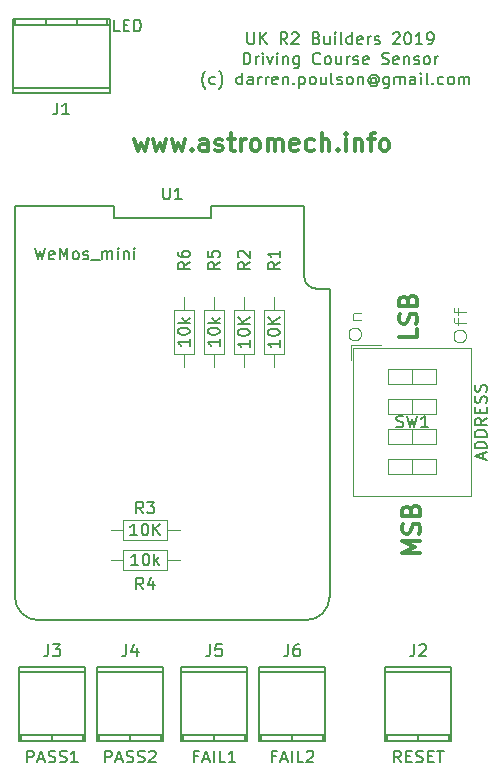
<source format=gto>
G04 #@! TF.GenerationSoftware,KiCad,Pcbnew,5.0.2-bee76a0~70~ubuntu18.04.1*
G04 #@! TF.CreationDate,2019-04-08T15:23:50+01:00*
G04 #@! TF.ProjectId,Bump Stop,42756d70-2053-4746-9f70-2e6b69636164,rev?*
G04 #@! TF.SameCoordinates,Original*
G04 #@! TF.FileFunction,Legend,Top*
G04 #@! TF.FilePolarity,Positive*
%FSLAX46Y46*%
G04 Gerber Fmt 4.6, Leading zero omitted, Abs format (unit mm)*
G04 Created by KiCad (PCBNEW 5.0.2-bee76a0~70~ubuntu18.04.1) date Mon Apr  8 15:23:50 2019*
%MOMM*%
%LPD*%
G01*
G04 APERTURE LIST*
%ADD10C,0.300000*%
%ADD11C,0.100000*%
%ADD12C,0.200000*%
%ADD13C,0.150000*%
%ADD14C,0.120000*%
G04 APERTURE END LIST*
D10*
X148182571Y-88832571D02*
X148468285Y-89832571D01*
X148754000Y-89118285D01*
X149039714Y-89832571D01*
X149325428Y-88832571D01*
X149754000Y-88832571D02*
X150039714Y-89832571D01*
X150325428Y-89118285D01*
X150611142Y-89832571D01*
X150896857Y-88832571D01*
X151325428Y-88832571D02*
X151611142Y-89832571D01*
X151896857Y-89118285D01*
X152182571Y-89832571D01*
X152468285Y-88832571D01*
X153039714Y-89689714D02*
X153111142Y-89761142D01*
X153039714Y-89832571D01*
X152968285Y-89761142D01*
X153039714Y-89689714D01*
X153039714Y-89832571D01*
X154396857Y-89832571D02*
X154396857Y-89046857D01*
X154325428Y-88904000D01*
X154182571Y-88832571D01*
X153896857Y-88832571D01*
X153754000Y-88904000D01*
X154396857Y-89761142D02*
X154254000Y-89832571D01*
X153896857Y-89832571D01*
X153754000Y-89761142D01*
X153682571Y-89618285D01*
X153682571Y-89475428D01*
X153754000Y-89332571D01*
X153896857Y-89261142D01*
X154254000Y-89261142D01*
X154396857Y-89189714D01*
X155039714Y-89761142D02*
X155182571Y-89832571D01*
X155468285Y-89832571D01*
X155611142Y-89761142D01*
X155682571Y-89618285D01*
X155682571Y-89546857D01*
X155611142Y-89404000D01*
X155468285Y-89332571D01*
X155254000Y-89332571D01*
X155111142Y-89261142D01*
X155039714Y-89118285D01*
X155039714Y-89046857D01*
X155111142Y-88904000D01*
X155254000Y-88832571D01*
X155468285Y-88832571D01*
X155611142Y-88904000D01*
X156111142Y-88832571D02*
X156682571Y-88832571D01*
X156325428Y-88332571D02*
X156325428Y-89618285D01*
X156396857Y-89761142D01*
X156539714Y-89832571D01*
X156682571Y-89832571D01*
X157182571Y-89832571D02*
X157182571Y-88832571D01*
X157182571Y-89118285D02*
X157254000Y-88975428D01*
X157325428Y-88904000D01*
X157468285Y-88832571D01*
X157611142Y-88832571D01*
X158325428Y-89832571D02*
X158182571Y-89761142D01*
X158111142Y-89689714D01*
X158039714Y-89546857D01*
X158039714Y-89118285D01*
X158111142Y-88975428D01*
X158182571Y-88904000D01*
X158325428Y-88832571D01*
X158539714Y-88832571D01*
X158682571Y-88904000D01*
X158754000Y-88975428D01*
X158825428Y-89118285D01*
X158825428Y-89546857D01*
X158754000Y-89689714D01*
X158682571Y-89761142D01*
X158539714Y-89832571D01*
X158325428Y-89832571D01*
X159468285Y-89832571D02*
X159468285Y-88832571D01*
X159468285Y-88975428D02*
X159539714Y-88904000D01*
X159682571Y-88832571D01*
X159896857Y-88832571D01*
X160039714Y-88904000D01*
X160111142Y-89046857D01*
X160111142Y-89832571D01*
X160111142Y-89046857D02*
X160182571Y-88904000D01*
X160325428Y-88832571D01*
X160539714Y-88832571D01*
X160682571Y-88904000D01*
X160754000Y-89046857D01*
X160754000Y-89832571D01*
X162039714Y-89761142D02*
X161896857Y-89832571D01*
X161611142Y-89832571D01*
X161468285Y-89761142D01*
X161396857Y-89618285D01*
X161396857Y-89046857D01*
X161468285Y-88904000D01*
X161611142Y-88832571D01*
X161896857Y-88832571D01*
X162039714Y-88904000D01*
X162111142Y-89046857D01*
X162111142Y-89189714D01*
X161396857Y-89332571D01*
X163396857Y-89761142D02*
X163254000Y-89832571D01*
X162968285Y-89832571D01*
X162825428Y-89761142D01*
X162754000Y-89689714D01*
X162682571Y-89546857D01*
X162682571Y-89118285D01*
X162754000Y-88975428D01*
X162825428Y-88904000D01*
X162968285Y-88832571D01*
X163254000Y-88832571D01*
X163396857Y-88904000D01*
X164039714Y-89832571D02*
X164039714Y-88332571D01*
X164682571Y-89832571D02*
X164682571Y-89046857D01*
X164611142Y-88904000D01*
X164468285Y-88832571D01*
X164254000Y-88832571D01*
X164111142Y-88904000D01*
X164039714Y-88975428D01*
X165396857Y-89689714D02*
X165468285Y-89761142D01*
X165396857Y-89832571D01*
X165325428Y-89761142D01*
X165396857Y-89689714D01*
X165396857Y-89832571D01*
X166111142Y-89832571D02*
X166111142Y-88832571D01*
X166111142Y-88332571D02*
X166039714Y-88404000D01*
X166111142Y-88475428D01*
X166182571Y-88404000D01*
X166111142Y-88332571D01*
X166111142Y-88475428D01*
X166825428Y-88832571D02*
X166825428Y-89832571D01*
X166825428Y-88975428D02*
X166896857Y-88904000D01*
X167039714Y-88832571D01*
X167254000Y-88832571D01*
X167396857Y-88904000D01*
X167468285Y-89046857D01*
X167468285Y-89832571D01*
X167968285Y-88832571D02*
X168539714Y-88832571D01*
X168182571Y-89832571D02*
X168182571Y-88546857D01*
X168254000Y-88404000D01*
X168396857Y-88332571D01*
X168539714Y-88332571D01*
X169254000Y-89832571D02*
X169111142Y-89761142D01*
X169039714Y-89689714D01*
X168968285Y-89546857D01*
X168968285Y-89118285D01*
X169039714Y-88975428D01*
X169111142Y-88904000D01*
X169254000Y-88832571D01*
X169468285Y-88832571D01*
X169611142Y-88904000D01*
X169682571Y-88975428D01*
X169754000Y-89118285D01*
X169754000Y-89546857D01*
X169682571Y-89689714D01*
X169611142Y-89761142D01*
X169468285Y-89832571D01*
X169254000Y-89832571D01*
X172382571Y-123884285D02*
X170882571Y-123884285D01*
X171954000Y-123384285D01*
X170882571Y-122884285D01*
X172382571Y-122884285D01*
X172311142Y-122241428D02*
X172382571Y-122027142D01*
X172382571Y-121670000D01*
X172311142Y-121527142D01*
X172239714Y-121455714D01*
X172096857Y-121384285D01*
X171954000Y-121384285D01*
X171811142Y-121455714D01*
X171739714Y-121527142D01*
X171668285Y-121670000D01*
X171596857Y-121955714D01*
X171525428Y-122098571D01*
X171454000Y-122170000D01*
X171311142Y-122241428D01*
X171168285Y-122241428D01*
X171025428Y-122170000D01*
X170954000Y-122098571D01*
X170882571Y-121955714D01*
X170882571Y-121598571D01*
X170954000Y-121384285D01*
X171596857Y-120241428D02*
X171668285Y-120027142D01*
X171739714Y-119955714D01*
X171882571Y-119884285D01*
X172096857Y-119884285D01*
X172239714Y-119955714D01*
X172311142Y-120027142D01*
X172382571Y-120170000D01*
X172382571Y-120741428D01*
X170882571Y-120741428D01*
X170882571Y-120241428D01*
X170954000Y-120098571D01*
X171025428Y-120027142D01*
X171168285Y-119955714D01*
X171311142Y-119955714D01*
X171454000Y-120027142D01*
X171525428Y-120098571D01*
X171596857Y-120241428D01*
X171596857Y-120741428D01*
X172128571Y-104886000D02*
X172128571Y-105600285D01*
X170628571Y-105600285D01*
X172057142Y-104457428D02*
X172128571Y-104243142D01*
X172128571Y-103886000D01*
X172057142Y-103743142D01*
X171985714Y-103671714D01*
X171842857Y-103600285D01*
X171700000Y-103600285D01*
X171557142Y-103671714D01*
X171485714Y-103743142D01*
X171414285Y-103886000D01*
X171342857Y-104171714D01*
X171271428Y-104314571D01*
X171200000Y-104386000D01*
X171057142Y-104457428D01*
X170914285Y-104457428D01*
X170771428Y-104386000D01*
X170700000Y-104314571D01*
X170628571Y-104171714D01*
X170628571Y-103814571D01*
X170700000Y-103600285D01*
X171342857Y-102457428D02*
X171414285Y-102243142D01*
X171485714Y-102171714D01*
X171628571Y-102100285D01*
X171842857Y-102100285D01*
X171985714Y-102171714D01*
X172057142Y-102243142D01*
X172128571Y-102386000D01*
X172128571Y-102957428D01*
X170628571Y-102957428D01*
X170628571Y-102457428D01*
X170700000Y-102314571D01*
X170771428Y-102243142D01*
X170914285Y-102171714D01*
X171057142Y-102171714D01*
X171200000Y-102243142D01*
X171271428Y-102314571D01*
X171342857Y-102457428D01*
X171342857Y-102957428D01*
D11*
X175220380Y-105648000D02*
X175220380Y-105362285D01*
X175268000Y-105219428D01*
X175363238Y-105076571D01*
X175553714Y-105005142D01*
X175887047Y-105005142D01*
X176077523Y-105076571D01*
X176172761Y-105219428D01*
X176220380Y-105362285D01*
X176220380Y-105648000D01*
X176172761Y-105790857D01*
X176077523Y-105933714D01*
X175887047Y-106005142D01*
X175553714Y-106005142D01*
X175363238Y-105933714D01*
X175268000Y-105790857D01*
X175220380Y-105648000D01*
X175553714Y-104576571D02*
X175553714Y-104005142D01*
X176220380Y-104362285D02*
X175363238Y-104362285D01*
X175268000Y-104290857D01*
X175220380Y-104148000D01*
X175220380Y-104005142D01*
X175553714Y-103719428D02*
X175553714Y-103148000D01*
X176220380Y-103505142D02*
X175363238Y-103505142D01*
X175268000Y-103433714D01*
X175220380Y-103290857D01*
X175220380Y-103148000D01*
X166330380Y-105469428D02*
X166330380Y-105183714D01*
X166378000Y-105040857D01*
X166473238Y-104898000D01*
X166663714Y-104826571D01*
X166997047Y-104826571D01*
X167187523Y-104898000D01*
X167282761Y-105040857D01*
X167330380Y-105183714D01*
X167330380Y-105469428D01*
X167282761Y-105612285D01*
X167187523Y-105755142D01*
X166997047Y-105826571D01*
X166663714Y-105826571D01*
X166473238Y-105755142D01*
X166378000Y-105612285D01*
X166330380Y-105469428D01*
X166663714Y-104183714D02*
X167330380Y-104183714D01*
X166758952Y-104183714D02*
X166711333Y-104112285D01*
X166663714Y-103969428D01*
X166663714Y-103755142D01*
X166711333Y-103612285D01*
X166806571Y-103540857D01*
X167330380Y-103540857D01*
D12*
X157750857Y-79794380D02*
X157750857Y-80603904D01*
X157798476Y-80699142D01*
X157846095Y-80746761D01*
X157941333Y-80794380D01*
X158131809Y-80794380D01*
X158227047Y-80746761D01*
X158274666Y-80699142D01*
X158322285Y-80603904D01*
X158322285Y-79794380D01*
X158798476Y-80794380D02*
X158798476Y-79794380D01*
X159369904Y-80794380D02*
X158941333Y-80222952D01*
X159369904Y-79794380D02*
X158798476Y-80365809D01*
X161131809Y-80794380D02*
X160798476Y-80318190D01*
X160560380Y-80794380D02*
X160560380Y-79794380D01*
X160941333Y-79794380D01*
X161036571Y-79842000D01*
X161084190Y-79889619D01*
X161131809Y-79984857D01*
X161131809Y-80127714D01*
X161084190Y-80222952D01*
X161036571Y-80270571D01*
X160941333Y-80318190D01*
X160560380Y-80318190D01*
X161512761Y-79889619D02*
X161560380Y-79842000D01*
X161655619Y-79794380D01*
X161893714Y-79794380D01*
X161988952Y-79842000D01*
X162036571Y-79889619D01*
X162084190Y-79984857D01*
X162084190Y-80080095D01*
X162036571Y-80222952D01*
X161465142Y-80794380D01*
X162084190Y-80794380D01*
X163608000Y-80270571D02*
X163750857Y-80318190D01*
X163798476Y-80365809D01*
X163846095Y-80461047D01*
X163846095Y-80603904D01*
X163798476Y-80699142D01*
X163750857Y-80746761D01*
X163655619Y-80794380D01*
X163274666Y-80794380D01*
X163274666Y-79794380D01*
X163608000Y-79794380D01*
X163703238Y-79842000D01*
X163750857Y-79889619D01*
X163798476Y-79984857D01*
X163798476Y-80080095D01*
X163750857Y-80175333D01*
X163703238Y-80222952D01*
X163608000Y-80270571D01*
X163274666Y-80270571D01*
X164703238Y-80127714D02*
X164703238Y-80794380D01*
X164274666Y-80127714D02*
X164274666Y-80651523D01*
X164322285Y-80746761D01*
X164417523Y-80794380D01*
X164560380Y-80794380D01*
X164655619Y-80746761D01*
X164703238Y-80699142D01*
X165179428Y-80794380D02*
X165179428Y-80127714D01*
X165179428Y-79794380D02*
X165131809Y-79842000D01*
X165179428Y-79889619D01*
X165227047Y-79842000D01*
X165179428Y-79794380D01*
X165179428Y-79889619D01*
X165798476Y-80794380D02*
X165703238Y-80746761D01*
X165655619Y-80651523D01*
X165655619Y-79794380D01*
X166608000Y-80794380D02*
X166608000Y-79794380D01*
X166608000Y-80746761D02*
X166512761Y-80794380D01*
X166322285Y-80794380D01*
X166227047Y-80746761D01*
X166179428Y-80699142D01*
X166131809Y-80603904D01*
X166131809Y-80318190D01*
X166179428Y-80222952D01*
X166227047Y-80175333D01*
X166322285Y-80127714D01*
X166512761Y-80127714D01*
X166608000Y-80175333D01*
X167465142Y-80746761D02*
X167369904Y-80794380D01*
X167179428Y-80794380D01*
X167084190Y-80746761D01*
X167036571Y-80651523D01*
X167036571Y-80270571D01*
X167084190Y-80175333D01*
X167179428Y-80127714D01*
X167369904Y-80127714D01*
X167465142Y-80175333D01*
X167512761Y-80270571D01*
X167512761Y-80365809D01*
X167036571Y-80461047D01*
X167941333Y-80794380D02*
X167941333Y-80127714D01*
X167941333Y-80318190D02*
X167988952Y-80222952D01*
X168036571Y-80175333D01*
X168131809Y-80127714D01*
X168227047Y-80127714D01*
X168512761Y-80746761D02*
X168608000Y-80794380D01*
X168798476Y-80794380D01*
X168893714Y-80746761D01*
X168941333Y-80651523D01*
X168941333Y-80603904D01*
X168893714Y-80508666D01*
X168798476Y-80461047D01*
X168655619Y-80461047D01*
X168560380Y-80413428D01*
X168512761Y-80318190D01*
X168512761Y-80270571D01*
X168560380Y-80175333D01*
X168655619Y-80127714D01*
X168798476Y-80127714D01*
X168893714Y-80175333D01*
X170084190Y-79889619D02*
X170131809Y-79842000D01*
X170227047Y-79794380D01*
X170465142Y-79794380D01*
X170560380Y-79842000D01*
X170608000Y-79889619D01*
X170655619Y-79984857D01*
X170655619Y-80080095D01*
X170608000Y-80222952D01*
X170036571Y-80794380D01*
X170655619Y-80794380D01*
X171274666Y-79794380D02*
X171369904Y-79794380D01*
X171465142Y-79842000D01*
X171512761Y-79889619D01*
X171560380Y-79984857D01*
X171608000Y-80175333D01*
X171608000Y-80413428D01*
X171560380Y-80603904D01*
X171512761Y-80699142D01*
X171465142Y-80746761D01*
X171369904Y-80794380D01*
X171274666Y-80794380D01*
X171179428Y-80746761D01*
X171131809Y-80699142D01*
X171084190Y-80603904D01*
X171036571Y-80413428D01*
X171036571Y-80175333D01*
X171084190Y-79984857D01*
X171131809Y-79889619D01*
X171179428Y-79842000D01*
X171274666Y-79794380D01*
X172560380Y-80794380D02*
X171988952Y-80794380D01*
X172274666Y-80794380D02*
X172274666Y-79794380D01*
X172179428Y-79937238D01*
X172084190Y-80032476D01*
X171988952Y-80080095D01*
X173036571Y-80794380D02*
X173227047Y-80794380D01*
X173322285Y-80746761D01*
X173369904Y-80699142D01*
X173465142Y-80556285D01*
X173512761Y-80365809D01*
X173512761Y-79984857D01*
X173465142Y-79889619D01*
X173417523Y-79842000D01*
X173322285Y-79794380D01*
X173131809Y-79794380D01*
X173036571Y-79842000D01*
X172988952Y-79889619D01*
X172941333Y-79984857D01*
X172941333Y-80222952D01*
X172988952Y-80318190D01*
X173036571Y-80365809D01*
X173131809Y-80413428D01*
X173322285Y-80413428D01*
X173417523Y-80365809D01*
X173465142Y-80318190D01*
X173512761Y-80222952D01*
X157441333Y-82494380D02*
X157441333Y-81494380D01*
X157679428Y-81494380D01*
X157822285Y-81542000D01*
X157917523Y-81637238D01*
X157965142Y-81732476D01*
X158012761Y-81922952D01*
X158012761Y-82065809D01*
X157965142Y-82256285D01*
X157917523Y-82351523D01*
X157822285Y-82446761D01*
X157679428Y-82494380D01*
X157441333Y-82494380D01*
X158441333Y-82494380D02*
X158441333Y-81827714D01*
X158441333Y-82018190D02*
X158488952Y-81922952D01*
X158536571Y-81875333D01*
X158631809Y-81827714D01*
X158727047Y-81827714D01*
X159060380Y-82494380D02*
X159060380Y-81827714D01*
X159060380Y-81494380D02*
X159012761Y-81542000D01*
X159060380Y-81589619D01*
X159108000Y-81542000D01*
X159060380Y-81494380D01*
X159060380Y-81589619D01*
X159441333Y-81827714D02*
X159679428Y-82494380D01*
X159917523Y-81827714D01*
X160298476Y-82494380D02*
X160298476Y-81827714D01*
X160298476Y-81494380D02*
X160250857Y-81542000D01*
X160298476Y-81589619D01*
X160346095Y-81542000D01*
X160298476Y-81494380D01*
X160298476Y-81589619D01*
X160774666Y-81827714D02*
X160774666Y-82494380D01*
X160774666Y-81922952D02*
X160822285Y-81875333D01*
X160917523Y-81827714D01*
X161060380Y-81827714D01*
X161155619Y-81875333D01*
X161203238Y-81970571D01*
X161203238Y-82494380D01*
X162108000Y-81827714D02*
X162108000Y-82637238D01*
X162060380Y-82732476D01*
X162012761Y-82780095D01*
X161917523Y-82827714D01*
X161774666Y-82827714D01*
X161679428Y-82780095D01*
X162108000Y-82446761D02*
X162012761Y-82494380D01*
X161822285Y-82494380D01*
X161727047Y-82446761D01*
X161679428Y-82399142D01*
X161631809Y-82303904D01*
X161631809Y-82018190D01*
X161679428Y-81922952D01*
X161727047Y-81875333D01*
X161822285Y-81827714D01*
X162012761Y-81827714D01*
X162108000Y-81875333D01*
X163917523Y-82399142D02*
X163869904Y-82446761D01*
X163727047Y-82494380D01*
X163631809Y-82494380D01*
X163488952Y-82446761D01*
X163393714Y-82351523D01*
X163346095Y-82256285D01*
X163298476Y-82065809D01*
X163298476Y-81922952D01*
X163346095Y-81732476D01*
X163393714Y-81637238D01*
X163488952Y-81542000D01*
X163631809Y-81494380D01*
X163727047Y-81494380D01*
X163869904Y-81542000D01*
X163917523Y-81589619D01*
X164488952Y-82494380D02*
X164393714Y-82446761D01*
X164346095Y-82399142D01*
X164298476Y-82303904D01*
X164298476Y-82018190D01*
X164346095Y-81922952D01*
X164393714Y-81875333D01*
X164488952Y-81827714D01*
X164631809Y-81827714D01*
X164727047Y-81875333D01*
X164774666Y-81922952D01*
X164822285Y-82018190D01*
X164822285Y-82303904D01*
X164774666Y-82399142D01*
X164727047Y-82446761D01*
X164631809Y-82494380D01*
X164488952Y-82494380D01*
X165679428Y-81827714D02*
X165679428Y-82494380D01*
X165250857Y-81827714D02*
X165250857Y-82351523D01*
X165298476Y-82446761D01*
X165393714Y-82494380D01*
X165536571Y-82494380D01*
X165631809Y-82446761D01*
X165679428Y-82399142D01*
X166155619Y-82494380D02*
X166155619Y-81827714D01*
X166155619Y-82018190D02*
X166203238Y-81922952D01*
X166250857Y-81875333D01*
X166346095Y-81827714D01*
X166441333Y-81827714D01*
X166727047Y-82446761D02*
X166822285Y-82494380D01*
X167012761Y-82494380D01*
X167108000Y-82446761D01*
X167155619Y-82351523D01*
X167155619Y-82303904D01*
X167108000Y-82208666D01*
X167012761Y-82161047D01*
X166869904Y-82161047D01*
X166774666Y-82113428D01*
X166727047Y-82018190D01*
X166727047Y-81970571D01*
X166774666Y-81875333D01*
X166869904Y-81827714D01*
X167012761Y-81827714D01*
X167108000Y-81875333D01*
X167965142Y-82446761D02*
X167869904Y-82494380D01*
X167679428Y-82494380D01*
X167584190Y-82446761D01*
X167536571Y-82351523D01*
X167536571Y-81970571D01*
X167584190Y-81875333D01*
X167679428Y-81827714D01*
X167869904Y-81827714D01*
X167965142Y-81875333D01*
X168012761Y-81970571D01*
X168012761Y-82065809D01*
X167536571Y-82161047D01*
X169155619Y-82446761D02*
X169298476Y-82494380D01*
X169536571Y-82494380D01*
X169631809Y-82446761D01*
X169679428Y-82399142D01*
X169727047Y-82303904D01*
X169727047Y-82208666D01*
X169679428Y-82113428D01*
X169631809Y-82065809D01*
X169536571Y-82018190D01*
X169346095Y-81970571D01*
X169250857Y-81922952D01*
X169203238Y-81875333D01*
X169155619Y-81780095D01*
X169155619Y-81684857D01*
X169203238Y-81589619D01*
X169250857Y-81542000D01*
X169346095Y-81494380D01*
X169584190Y-81494380D01*
X169727047Y-81542000D01*
X170536571Y-82446761D02*
X170441333Y-82494380D01*
X170250857Y-82494380D01*
X170155619Y-82446761D01*
X170108000Y-82351523D01*
X170108000Y-81970571D01*
X170155619Y-81875333D01*
X170250857Y-81827714D01*
X170441333Y-81827714D01*
X170536571Y-81875333D01*
X170584190Y-81970571D01*
X170584190Y-82065809D01*
X170108000Y-82161047D01*
X171012761Y-81827714D02*
X171012761Y-82494380D01*
X171012761Y-81922952D02*
X171060380Y-81875333D01*
X171155619Y-81827714D01*
X171298476Y-81827714D01*
X171393714Y-81875333D01*
X171441333Y-81970571D01*
X171441333Y-82494380D01*
X171869904Y-82446761D02*
X171965142Y-82494380D01*
X172155619Y-82494380D01*
X172250857Y-82446761D01*
X172298476Y-82351523D01*
X172298476Y-82303904D01*
X172250857Y-82208666D01*
X172155619Y-82161047D01*
X172012761Y-82161047D01*
X171917523Y-82113428D01*
X171869904Y-82018190D01*
X171869904Y-81970571D01*
X171917523Y-81875333D01*
X172012761Y-81827714D01*
X172155619Y-81827714D01*
X172250857Y-81875333D01*
X172869904Y-82494380D02*
X172774666Y-82446761D01*
X172727047Y-82399142D01*
X172679428Y-82303904D01*
X172679428Y-82018190D01*
X172727047Y-81922952D01*
X172774666Y-81875333D01*
X172869904Y-81827714D01*
X173012761Y-81827714D01*
X173108000Y-81875333D01*
X173155619Y-81922952D01*
X173203238Y-82018190D01*
X173203238Y-82303904D01*
X173155619Y-82399142D01*
X173108000Y-82446761D01*
X173012761Y-82494380D01*
X172869904Y-82494380D01*
X173631809Y-82494380D02*
X173631809Y-81827714D01*
X173631809Y-82018190D02*
X173679428Y-81922952D01*
X173727047Y-81875333D01*
X173822285Y-81827714D01*
X173917523Y-81827714D01*
X154203238Y-84575333D02*
X154155619Y-84527714D01*
X154060380Y-84384857D01*
X154012761Y-84289619D01*
X153965142Y-84146761D01*
X153917523Y-83908666D01*
X153917523Y-83718190D01*
X153965142Y-83480095D01*
X154012761Y-83337238D01*
X154060380Y-83242000D01*
X154155619Y-83099142D01*
X154203238Y-83051523D01*
X155012761Y-84146761D02*
X154917523Y-84194380D01*
X154727047Y-84194380D01*
X154631809Y-84146761D01*
X154584190Y-84099142D01*
X154536571Y-84003904D01*
X154536571Y-83718190D01*
X154584190Y-83622952D01*
X154631809Y-83575333D01*
X154727047Y-83527714D01*
X154917523Y-83527714D01*
X155012761Y-83575333D01*
X155346095Y-84575333D02*
X155393714Y-84527714D01*
X155488952Y-84384857D01*
X155536571Y-84289619D01*
X155584190Y-84146761D01*
X155631809Y-83908666D01*
X155631809Y-83718190D01*
X155584190Y-83480095D01*
X155536571Y-83337238D01*
X155488952Y-83242000D01*
X155393714Y-83099142D01*
X155346095Y-83051523D01*
X157298476Y-84194380D02*
X157298476Y-83194380D01*
X157298476Y-84146761D02*
X157203238Y-84194380D01*
X157012761Y-84194380D01*
X156917523Y-84146761D01*
X156869904Y-84099142D01*
X156822285Y-84003904D01*
X156822285Y-83718190D01*
X156869904Y-83622952D01*
X156917523Y-83575333D01*
X157012761Y-83527714D01*
X157203238Y-83527714D01*
X157298476Y-83575333D01*
X158203238Y-84194380D02*
X158203238Y-83670571D01*
X158155619Y-83575333D01*
X158060380Y-83527714D01*
X157869904Y-83527714D01*
X157774666Y-83575333D01*
X158203238Y-84146761D02*
X158108000Y-84194380D01*
X157869904Y-84194380D01*
X157774666Y-84146761D01*
X157727047Y-84051523D01*
X157727047Y-83956285D01*
X157774666Y-83861047D01*
X157869904Y-83813428D01*
X158108000Y-83813428D01*
X158203238Y-83765809D01*
X158679428Y-84194380D02*
X158679428Y-83527714D01*
X158679428Y-83718190D02*
X158727047Y-83622952D01*
X158774666Y-83575333D01*
X158869904Y-83527714D01*
X158965142Y-83527714D01*
X159298476Y-84194380D02*
X159298476Y-83527714D01*
X159298476Y-83718190D02*
X159346095Y-83622952D01*
X159393714Y-83575333D01*
X159488952Y-83527714D01*
X159584190Y-83527714D01*
X160298476Y-84146761D02*
X160203238Y-84194380D01*
X160012761Y-84194380D01*
X159917523Y-84146761D01*
X159869904Y-84051523D01*
X159869904Y-83670571D01*
X159917523Y-83575333D01*
X160012761Y-83527714D01*
X160203238Y-83527714D01*
X160298476Y-83575333D01*
X160346095Y-83670571D01*
X160346095Y-83765809D01*
X159869904Y-83861047D01*
X160774666Y-83527714D02*
X160774666Y-84194380D01*
X160774666Y-83622952D02*
X160822285Y-83575333D01*
X160917523Y-83527714D01*
X161060380Y-83527714D01*
X161155619Y-83575333D01*
X161203238Y-83670571D01*
X161203238Y-84194380D01*
X161679428Y-84099142D02*
X161727047Y-84146761D01*
X161679428Y-84194380D01*
X161631809Y-84146761D01*
X161679428Y-84099142D01*
X161679428Y-84194380D01*
X162155619Y-83527714D02*
X162155619Y-84527714D01*
X162155619Y-83575333D02*
X162250857Y-83527714D01*
X162441333Y-83527714D01*
X162536571Y-83575333D01*
X162584190Y-83622952D01*
X162631809Y-83718190D01*
X162631809Y-84003904D01*
X162584190Y-84099142D01*
X162536571Y-84146761D01*
X162441333Y-84194380D01*
X162250857Y-84194380D01*
X162155619Y-84146761D01*
X163203238Y-84194380D02*
X163108000Y-84146761D01*
X163060380Y-84099142D01*
X163012761Y-84003904D01*
X163012761Y-83718190D01*
X163060380Y-83622952D01*
X163108000Y-83575333D01*
X163203238Y-83527714D01*
X163346095Y-83527714D01*
X163441333Y-83575333D01*
X163488952Y-83622952D01*
X163536571Y-83718190D01*
X163536571Y-84003904D01*
X163488952Y-84099142D01*
X163441333Y-84146761D01*
X163346095Y-84194380D01*
X163203238Y-84194380D01*
X164393714Y-83527714D02*
X164393714Y-84194380D01*
X163965142Y-83527714D02*
X163965142Y-84051523D01*
X164012761Y-84146761D01*
X164108000Y-84194380D01*
X164250857Y-84194380D01*
X164346095Y-84146761D01*
X164393714Y-84099142D01*
X165012761Y-84194380D02*
X164917523Y-84146761D01*
X164869904Y-84051523D01*
X164869904Y-83194380D01*
X165346095Y-84146761D02*
X165441333Y-84194380D01*
X165631809Y-84194380D01*
X165727047Y-84146761D01*
X165774666Y-84051523D01*
X165774666Y-84003904D01*
X165727047Y-83908666D01*
X165631809Y-83861047D01*
X165488952Y-83861047D01*
X165393714Y-83813428D01*
X165346095Y-83718190D01*
X165346095Y-83670571D01*
X165393714Y-83575333D01*
X165488952Y-83527714D01*
X165631809Y-83527714D01*
X165727047Y-83575333D01*
X166346095Y-84194380D02*
X166250857Y-84146761D01*
X166203238Y-84099142D01*
X166155619Y-84003904D01*
X166155619Y-83718190D01*
X166203238Y-83622952D01*
X166250857Y-83575333D01*
X166346095Y-83527714D01*
X166488952Y-83527714D01*
X166584190Y-83575333D01*
X166631809Y-83622952D01*
X166679428Y-83718190D01*
X166679428Y-84003904D01*
X166631809Y-84099142D01*
X166584190Y-84146761D01*
X166488952Y-84194380D01*
X166346095Y-84194380D01*
X167108000Y-83527714D02*
X167108000Y-84194380D01*
X167108000Y-83622952D02*
X167155619Y-83575333D01*
X167250857Y-83527714D01*
X167393714Y-83527714D01*
X167488952Y-83575333D01*
X167536571Y-83670571D01*
X167536571Y-84194380D01*
X168631809Y-83718190D02*
X168584190Y-83670571D01*
X168488952Y-83622952D01*
X168393714Y-83622952D01*
X168298476Y-83670571D01*
X168250857Y-83718190D01*
X168203238Y-83813428D01*
X168203238Y-83908666D01*
X168250857Y-84003904D01*
X168298476Y-84051523D01*
X168393714Y-84099142D01*
X168488952Y-84099142D01*
X168584190Y-84051523D01*
X168631809Y-84003904D01*
X168631809Y-83622952D02*
X168631809Y-84003904D01*
X168679428Y-84051523D01*
X168727047Y-84051523D01*
X168822285Y-84003904D01*
X168869904Y-83908666D01*
X168869904Y-83670571D01*
X168774666Y-83527714D01*
X168631809Y-83432476D01*
X168441333Y-83384857D01*
X168250857Y-83432476D01*
X168108000Y-83527714D01*
X168012761Y-83670571D01*
X167965142Y-83861047D01*
X168012761Y-84051523D01*
X168108000Y-84194380D01*
X168250857Y-84289619D01*
X168441333Y-84337238D01*
X168631809Y-84289619D01*
X168774666Y-84194380D01*
X169727047Y-83527714D02*
X169727047Y-84337238D01*
X169679428Y-84432476D01*
X169631809Y-84480095D01*
X169536571Y-84527714D01*
X169393714Y-84527714D01*
X169298476Y-84480095D01*
X169727047Y-84146761D02*
X169631809Y-84194380D01*
X169441333Y-84194380D01*
X169346095Y-84146761D01*
X169298476Y-84099142D01*
X169250857Y-84003904D01*
X169250857Y-83718190D01*
X169298476Y-83622952D01*
X169346095Y-83575333D01*
X169441333Y-83527714D01*
X169631809Y-83527714D01*
X169727047Y-83575333D01*
X170203238Y-84194380D02*
X170203238Y-83527714D01*
X170203238Y-83622952D02*
X170250857Y-83575333D01*
X170346095Y-83527714D01*
X170488952Y-83527714D01*
X170584190Y-83575333D01*
X170631809Y-83670571D01*
X170631809Y-84194380D01*
X170631809Y-83670571D02*
X170679428Y-83575333D01*
X170774666Y-83527714D01*
X170917523Y-83527714D01*
X171012761Y-83575333D01*
X171060380Y-83670571D01*
X171060380Y-84194380D01*
X171965142Y-84194380D02*
X171965142Y-83670571D01*
X171917523Y-83575333D01*
X171822285Y-83527714D01*
X171631809Y-83527714D01*
X171536571Y-83575333D01*
X171965142Y-84146761D02*
X171869904Y-84194380D01*
X171631809Y-84194380D01*
X171536571Y-84146761D01*
X171488952Y-84051523D01*
X171488952Y-83956285D01*
X171536571Y-83861047D01*
X171631809Y-83813428D01*
X171869904Y-83813428D01*
X171965142Y-83765809D01*
X172441333Y-84194380D02*
X172441333Y-83527714D01*
X172441333Y-83194380D02*
X172393714Y-83242000D01*
X172441333Y-83289619D01*
X172488952Y-83242000D01*
X172441333Y-83194380D01*
X172441333Y-83289619D01*
X173060380Y-84194380D02*
X172965142Y-84146761D01*
X172917523Y-84051523D01*
X172917523Y-83194380D01*
X173441333Y-84099142D02*
X173488952Y-84146761D01*
X173441333Y-84194380D01*
X173393714Y-84146761D01*
X173441333Y-84099142D01*
X173441333Y-84194380D01*
X174346095Y-84146761D02*
X174250857Y-84194380D01*
X174060380Y-84194380D01*
X173965142Y-84146761D01*
X173917523Y-84099142D01*
X173869904Y-84003904D01*
X173869904Y-83718190D01*
X173917523Y-83622952D01*
X173965142Y-83575333D01*
X174060380Y-83527714D01*
X174250857Y-83527714D01*
X174346095Y-83575333D01*
X174917523Y-84194380D02*
X174822285Y-84146761D01*
X174774666Y-84099142D01*
X174727047Y-84003904D01*
X174727047Y-83718190D01*
X174774666Y-83622952D01*
X174822285Y-83575333D01*
X174917523Y-83527714D01*
X175060380Y-83527714D01*
X175155619Y-83575333D01*
X175203238Y-83622952D01*
X175250857Y-83718190D01*
X175250857Y-84003904D01*
X175203238Y-84099142D01*
X175155619Y-84146761D01*
X175060380Y-84194380D01*
X174917523Y-84194380D01*
X175679428Y-84194380D02*
X175679428Y-83527714D01*
X175679428Y-83622952D02*
X175727047Y-83575333D01*
X175822285Y-83527714D01*
X175965142Y-83527714D01*
X176060380Y-83575333D01*
X176108000Y-83670571D01*
X176108000Y-84194380D01*
X176108000Y-83670571D02*
X176155619Y-83575333D01*
X176250857Y-83527714D01*
X176393714Y-83527714D01*
X176488952Y-83575333D01*
X176536571Y-83670571D01*
X176536571Y-84194380D01*
D13*
G04 #@! TO.C,U1*
X164714000Y-101476000D02*
X164714000Y-101476000D01*
X163554000Y-101476000D02*
X164714000Y-101476000D01*
X162564000Y-100476000D02*
G75*
G03X163564000Y-101476000I1000000J0D01*
G01*
X162564000Y-94476000D02*
X162564000Y-100476000D01*
X138054000Y-127556000D02*
G75*
G03X140054000Y-129556000I2000000J0D01*
G01*
X162714000Y-129556000D02*
G75*
G03X164714000Y-127556000I0J2000000D01*
G01*
X146484000Y-94476000D02*
X138054001Y-94476000D01*
X146484000Y-95476000D02*
X146484000Y-94476000D01*
X154704000Y-95476000D02*
X146484000Y-95476000D01*
X154704000Y-94476000D02*
X154704000Y-95476000D01*
X162564000Y-94476000D02*
X154704000Y-94476000D01*
X164714000Y-127556000D02*
X164714000Y-101476000D01*
X140054000Y-129556000D02*
X162714000Y-129556000D01*
X138054000Y-94476000D02*
X138054000Y-127556000D01*
G04 #@! TO.C,J1*
X137886440Y-84886800D02*
X146085560Y-84886800D01*
X137886440Y-84488020D02*
X146085560Y-84488020D01*
X137886440Y-79187040D02*
X146085560Y-79187040D01*
X146085560Y-78689200D02*
X137886440Y-78689200D01*
X140685520Y-79187040D02*
X140685520Y-78689200D01*
X145884900Y-78689200D02*
X145884900Y-79187040D01*
X138084560Y-79187040D02*
X138084560Y-78689200D01*
X143283940Y-78689200D02*
X143283940Y-79187040D01*
X137886440Y-78689200D02*
X137886440Y-84886800D01*
X146083020Y-84886800D02*
X146083020Y-78689200D01*
G04 #@! TO.C,J2*
X175011080Y-139252960D02*
X169412920Y-139252960D01*
X169611040Y-139750800D02*
X169611040Y-139252960D01*
X174812960Y-139252960D02*
X174812960Y-139750800D01*
X172212000Y-139750800D02*
X172212000Y-139252960D01*
X169412920Y-133951980D02*
X175011080Y-133951980D01*
X169412920Y-139750800D02*
X175011080Y-139750800D01*
X175011080Y-139750800D02*
X175011080Y-133553200D01*
X175011080Y-133553200D02*
X169412920Y-133553200D01*
X169412920Y-133553200D02*
X169412920Y-139750800D01*
G04 #@! TO.C,J3*
X144023080Y-139252960D02*
X138424920Y-139252960D01*
X138623040Y-139750800D02*
X138623040Y-139252960D01*
X143824960Y-139252960D02*
X143824960Y-139750800D01*
X141224000Y-139750800D02*
X141224000Y-139252960D01*
X138424920Y-133951980D02*
X144023080Y-133951980D01*
X138424920Y-139750800D02*
X144023080Y-139750800D01*
X144023080Y-139750800D02*
X144023080Y-133553200D01*
X144023080Y-133553200D02*
X138424920Y-133553200D01*
X138424920Y-133553200D02*
X138424920Y-139750800D01*
G04 #@! TO.C,J4*
X150627080Y-139252960D02*
X145028920Y-139252960D01*
X145227040Y-139750800D02*
X145227040Y-139252960D01*
X150428960Y-139252960D02*
X150428960Y-139750800D01*
X147828000Y-139750800D02*
X147828000Y-139252960D01*
X145028920Y-133951980D02*
X150627080Y-133951980D01*
X145028920Y-139750800D02*
X150627080Y-139750800D01*
X150627080Y-139750800D02*
X150627080Y-133553200D01*
X150627080Y-133553200D02*
X145028920Y-133553200D01*
X145028920Y-133553200D02*
X145028920Y-139750800D01*
G04 #@! TO.C,J5*
X157739080Y-139252960D02*
X152140920Y-139252960D01*
X152339040Y-139750800D02*
X152339040Y-139252960D01*
X157540960Y-139252960D02*
X157540960Y-139750800D01*
X154940000Y-139750800D02*
X154940000Y-139252960D01*
X152140920Y-133951980D02*
X157739080Y-133951980D01*
X152140920Y-139750800D02*
X157739080Y-139750800D01*
X157739080Y-139750800D02*
X157739080Y-133553200D01*
X157739080Y-133553200D02*
X152140920Y-133553200D01*
X152140920Y-133553200D02*
X152140920Y-139750800D01*
G04 #@! TO.C,J6*
X164343080Y-139252960D02*
X158744920Y-139252960D01*
X158943040Y-139750800D02*
X158943040Y-139252960D01*
X164144960Y-139252960D02*
X164144960Y-139750800D01*
X161544000Y-139750800D02*
X161544000Y-139252960D01*
X158744920Y-133951980D02*
X164343080Y-133951980D01*
X158744920Y-139750800D02*
X164343080Y-139750800D01*
X164343080Y-139750800D02*
X164343080Y-133553200D01*
X164343080Y-133553200D02*
X158744920Y-133553200D01*
X158744920Y-133553200D02*
X158744920Y-139750800D01*
D14*
G04 #@! TO.C,SW1*
X166494000Y-106286000D02*
X166494000Y-107556000D01*
X166494000Y-106286000D02*
X169034000Y-106286000D01*
X166694000Y-106486000D02*
X176714000Y-106486000D01*
X176714000Y-106486000D02*
X176714000Y-119066000D01*
X176714000Y-119066000D02*
X166694000Y-119066000D01*
X166694000Y-119066000D02*
X166694000Y-106486000D01*
X169674000Y-108331000D02*
X169674000Y-109601000D01*
X169674000Y-109601000D02*
X173734000Y-109601000D01*
X173734000Y-109601000D02*
X173734000Y-108331000D01*
X173734000Y-108331000D02*
X169674000Y-108331000D01*
X171704000Y-108331000D02*
X171704000Y-109601000D01*
X169674000Y-110871000D02*
X169674000Y-112141000D01*
X169674000Y-112141000D02*
X173734000Y-112141000D01*
X173734000Y-112141000D02*
X173734000Y-110871000D01*
X173734000Y-110871000D02*
X169674000Y-110871000D01*
X171704000Y-110871000D02*
X171704000Y-112141000D01*
X169674000Y-113411000D02*
X169674000Y-114681000D01*
X169674000Y-114681000D02*
X173734000Y-114681000D01*
X173734000Y-114681000D02*
X173734000Y-113411000D01*
X173734000Y-113411000D02*
X169674000Y-113411000D01*
X171704000Y-113411000D02*
X171704000Y-114681000D01*
X169674000Y-115951000D02*
X169674000Y-117221000D01*
X169674000Y-117221000D02*
X173734000Y-117221000D01*
X173734000Y-117221000D02*
X173734000Y-115951000D01*
X173734000Y-115951000D02*
X169674000Y-115951000D01*
X171704000Y-115951000D02*
X171704000Y-117221000D01*
G04 #@! TO.C,R1*
X160880000Y-103296000D02*
X159160000Y-103296000D01*
X159160000Y-103296000D02*
X159160000Y-107016000D01*
X159160000Y-107016000D02*
X160880000Y-107016000D01*
X160880000Y-107016000D02*
X160880000Y-103296000D01*
X160020000Y-102226000D02*
X160020000Y-103296000D01*
X160020000Y-108086000D02*
X160020000Y-107016000D01*
G04 #@! TO.C,R2*
X158340000Y-103296000D02*
X156620000Y-103296000D01*
X156620000Y-103296000D02*
X156620000Y-107016000D01*
X156620000Y-107016000D02*
X158340000Y-107016000D01*
X158340000Y-107016000D02*
X158340000Y-103296000D01*
X157480000Y-102226000D02*
X157480000Y-103296000D01*
X157480000Y-108086000D02*
X157480000Y-107016000D01*
G04 #@! TO.C,R3*
X147238000Y-121060000D02*
X147238000Y-122780000D01*
X147238000Y-122780000D02*
X150958000Y-122780000D01*
X150958000Y-122780000D02*
X150958000Y-121060000D01*
X150958000Y-121060000D02*
X147238000Y-121060000D01*
X146168000Y-121920000D02*
X147238000Y-121920000D01*
X152028000Y-121920000D02*
X150958000Y-121920000D01*
G04 #@! TO.C,R4*
X147238000Y-123600000D02*
X147238000Y-125320000D01*
X147238000Y-125320000D02*
X150958000Y-125320000D01*
X150958000Y-125320000D02*
X150958000Y-123600000D01*
X150958000Y-123600000D02*
X147238000Y-123600000D01*
X146168000Y-124460000D02*
X147238000Y-124460000D01*
X152028000Y-124460000D02*
X150958000Y-124460000D01*
G04 #@! TO.C,R5*
X155800000Y-103296000D02*
X154080000Y-103296000D01*
X154080000Y-103296000D02*
X154080000Y-107016000D01*
X154080000Y-107016000D02*
X155800000Y-107016000D01*
X155800000Y-107016000D02*
X155800000Y-103296000D01*
X154940000Y-102226000D02*
X154940000Y-103296000D01*
X154940000Y-108086000D02*
X154940000Y-107016000D01*
G04 #@! TO.C,R6*
X153260000Y-103296000D02*
X151540000Y-103296000D01*
X151540000Y-103296000D02*
X151540000Y-107016000D01*
X151540000Y-107016000D02*
X153260000Y-107016000D01*
X153260000Y-107016000D02*
X153260000Y-103296000D01*
X152400000Y-102226000D02*
X152400000Y-103296000D01*
X152400000Y-108086000D02*
X152400000Y-107016000D01*
G04 #@! TO.C,U1*
D13*
X150622095Y-92928380D02*
X150622095Y-93737904D01*
X150669714Y-93833142D01*
X150717333Y-93880761D01*
X150812571Y-93928380D01*
X151003047Y-93928380D01*
X151098285Y-93880761D01*
X151145904Y-93833142D01*
X151193523Y-93737904D01*
X151193523Y-92928380D01*
X152193523Y-93928380D02*
X151622095Y-93928380D01*
X151907809Y-93928380D02*
X151907809Y-92928380D01*
X151812571Y-93071238D01*
X151717333Y-93166476D01*
X151622095Y-93214095D01*
X139756095Y-98004380D02*
X139994190Y-99004380D01*
X140184666Y-98290095D01*
X140375142Y-99004380D01*
X140613238Y-98004380D01*
X141375142Y-98956761D02*
X141279904Y-99004380D01*
X141089428Y-99004380D01*
X140994190Y-98956761D01*
X140946571Y-98861523D01*
X140946571Y-98480571D01*
X140994190Y-98385333D01*
X141089428Y-98337714D01*
X141279904Y-98337714D01*
X141375142Y-98385333D01*
X141422761Y-98480571D01*
X141422761Y-98575809D01*
X140946571Y-98671047D01*
X141851333Y-99004380D02*
X141851333Y-98004380D01*
X142184666Y-98718666D01*
X142518000Y-98004380D01*
X142518000Y-99004380D01*
X143137047Y-99004380D02*
X143041809Y-98956761D01*
X142994190Y-98909142D01*
X142946571Y-98813904D01*
X142946571Y-98528190D01*
X142994190Y-98432952D01*
X143041809Y-98385333D01*
X143137047Y-98337714D01*
X143279904Y-98337714D01*
X143375142Y-98385333D01*
X143422761Y-98432952D01*
X143470380Y-98528190D01*
X143470380Y-98813904D01*
X143422761Y-98909142D01*
X143375142Y-98956761D01*
X143279904Y-99004380D01*
X143137047Y-99004380D01*
X143851333Y-98956761D02*
X143946571Y-99004380D01*
X144137047Y-99004380D01*
X144232285Y-98956761D01*
X144279904Y-98861523D01*
X144279904Y-98813904D01*
X144232285Y-98718666D01*
X144137047Y-98671047D01*
X143994190Y-98671047D01*
X143898952Y-98623428D01*
X143851333Y-98528190D01*
X143851333Y-98480571D01*
X143898952Y-98385333D01*
X143994190Y-98337714D01*
X144137047Y-98337714D01*
X144232285Y-98385333D01*
X144470380Y-99099619D02*
X145232285Y-99099619D01*
X145470380Y-99004380D02*
X145470380Y-98337714D01*
X145470380Y-98432952D02*
X145518000Y-98385333D01*
X145613238Y-98337714D01*
X145756095Y-98337714D01*
X145851333Y-98385333D01*
X145898952Y-98480571D01*
X145898952Y-99004380D01*
X145898952Y-98480571D02*
X145946571Y-98385333D01*
X146041809Y-98337714D01*
X146184666Y-98337714D01*
X146279904Y-98385333D01*
X146327523Y-98480571D01*
X146327523Y-99004380D01*
X146803714Y-99004380D02*
X146803714Y-98337714D01*
X146803714Y-98004380D02*
X146756095Y-98052000D01*
X146803714Y-98099619D01*
X146851333Y-98052000D01*
X146803714Y-98004380D01*
X146803714Y-98099619D01*
X147279904Y-98337714D02*
X147279904Y-99004380D01*
X147279904Y-98432952D02*
X147327523Y-98385333D01*
X147422761Y-98337714D01*
X147565619Y-98337714D01*
X147660857Y-98385333D01*
X147708476Y-98480571D01*
X147708476Y-99004380D01*
X148184666Y-99004380D02*
X148184666Y-98337714D01*
X148184666Y-98004380D02*
X148137047Y-98052000D01*
X148184666Y-98099619D01*
X148232285Y-98052000D01*
X148184666Y-98004380D01*
X148184666Y-98099619D01*
G04 #@! TO.C,J1*
X141652666Y-85741260D02*
X141652666Y-86455546D01*
X141605047Y-86598403D01*
X141509809Y-86693641D01*
X141366952Y-86741260D01*
X141271714Y-86741260D01*
X142652666Y-86741260D02*
X142081238Y-86741260D01*
X142366952Y-86741260D02*
X142366952Y-85741260D01*
X142271714Y-85884118D01*
X142176476Y-85979356D01*
X142081238Y-86026975D01*
X146931142Y-79700380D02*
X146454952Y-79700380D01*
X146454952Y-78700380D01*
X147264476Y-79176571D02*
X147597809Y-79176571D01*
X147740666Y-79700380D02*
X147264476Y-79700380D01*
X147264476Y-78700380D01*
X147740666Y-78700380D01*
X148169238Y-79700380D02*
X148169238Y-78700380D01*
X148407333Y-78700380D01*
X148550190Y-78748000D01*
X148645428Y-78843238D01*
X148693047Y-78938476D01*
X148740666Y-79128952D01*
X148740666Y-79271809D01*
X148693047Y-79462285D01*
X148645428Y-79557523D01*
X148550190Y-79652761D01*
X148407333Y-79700380D01*
X148169238Y-79700380D01*
G04 #@! TO.C,J2*
X171878666Y-131603500D02*
X171878666Y-132317786D01*
X171831047Y-132460643D01*
X171735809Y-132555881D01*
X171592952Y-132603500D01*
X171497714Y-132603500D01*
X172307238Y-131698739D02*
X172354857Y-131651120D01*
X172450095Y-131603500D01*
X172688190Y-131603500D01*
X172783428Y-131651120D01*
X172831047Y-131698739D01*
X172878666Y-131793977D01*
X172878666Y-131889215D01*
X172831047Y-132032072D01*
X172259619Y-132603500D01*
X172878666Y-132603500D01*
X170759619Y-141605260D02*
X170426285Y-141129070D01*
X170188190Y-141605260D02*
X170188190Y-140605260D01*
X170569142Y-140605260D01*
X170664380Y-140652880D01*
X170712000Y-140700499D01*
X170759619Y-140795737D01*
X170759619Y-140938594D01*
X170712000Y-141033832D01*
X170664380Y-141081451D01*
X170569142Y-141129070D01*
X170188190Y-141129070D01*
X171188190Y-141081451D02*
X171521523Y-141081451D01*
X171664380Y-141605260D02*
X171188190Y-141605260D01*
X171188190Y-140605260D01*
X171664380Y-140605260D01*
X172045333Y-141557641D02*
X172188190Y-141605260D01*
X172426285Y-141605260D01*
X172521523Y-141557641D01*
X172569142Y-141510022D01*
X172616761Y-141414784D01*
X172616761Y-141319546D01*
X172569142Y-141224308D01*
X172521523Y-141176689D01*
X172426285Y-141129070D01*
X172235809Y-141081451D01*
X172140571Y-141033832D01*
X172092952Y-140986213D01*
X172045333Y-140890975D01*
X172045333Y-140795737D01*
X172092952Y-140700499D01*
X172140571Y-140652880D01*
X172235809Y-140605260D01*
X172473904Y-140605260D01*
X172616761Y-140652880D01*
X173045333Y-141081451D02*
X173378666Y-141081451D01*
X173521523Y-141605260D02*
X173045333Y-141605260D01*
X173045333Y-140605260D01*
X173521523Y-140605260D01*
X173807238Y-140605260D02*
X174378666Y-140605260D01*
X174092952Y-141605260D02*
X174092952Y-140605260D01*
G04 #@! TO.C,J3*
X140890666Y-131603500D02*
X140890666Y-132317786D01*
X140843047Y-132460643D01*
X140747809Y-132555881D01*
X140604952Y-132603500D01*
X140509714Y-132603500D01*
X141271619Y-131603500D02*
X141890666Y-131603500D01*
X141557333Y-131984453D01*
X141700190Y-131984453D01*
X141795428Y-132032072D01*
X141843047Y-132079691D01*
X141890666Y-132174929D01*
X141890666Y-132413024D01*
X141843047Y-132508262D01*
X141795428Y-132555881D01*
X141700190Y-132603500D01*
X141414476Y-132603500D01*
X141319238Y-132555881D01*
X141271619Y-132508262D01*
X139104952Y-141605260D02*
X139104952Y-140605260D01*
X139485904Y-140605260D01*
X139581142Y-140652880D01*
X139628761Y-140700499D01*
X139676380Y-140795737D01*
X139676380Y-140938594D01*
X139628761Y-141033832D01*
X139581142Y-141081451D01*
X139485904Y-141129070D01*
X139104952Y-141129070D01*
X140057333Y-141319546D02*
X140533523Y-141319546D01*
X139962095Y-141605260D02*
X140295428Y-140605260D01*
X140628761Y-141605260D01*
X140914476Y-141557641D02*
X141057333Y-141605260D01*
X141295428Y-141605260D01*
X141390666Y-141557641D01*
X141438285Y-141510022D01*
X141485904Y-141414784D01*
X141485904Y-141319546D01*
X141438285Y-141224308D01*
X141390666Y-141176689D01*
X141295428Y-141129070D01*
X141104952Y-141081451D01*
X141009714Y-141033832D01*
X140962095Y-140986213D01*
X140914476Y-140890975D01*
X140914476Y-140795737D01*
X140962095Y-140700499D01*
X141009714Y-140652880D01*
X141104952Y-140605260D01*
X141343047Y-140605260D01*
X141485904Y-140652880D01*
X141866857Y-141557641D02*
X142009714Y-141605260D01*
X142247809Y-141605260D01*
X142343047Y-141557641D01*
X142390666Y-141510022D01*
X142438285Y-141414784D01*
X142438285Y-141319546D01*
X142390666Y-141224308D01*
X142343047Y-141176689D01*
X142247809Y-141129070D01*
X142057333Y-141081451D01*
X141962095Y-141033832D01*
X141914476Y-140986213D01*
X141866857Y-140890975D01*
X141866857Y-140795737D01*
X141914476Y-140700499D01*
X141962095Y-140652880D01*
X142057333Y-140605260D01*
X142295428Y-140605260D01*
X142438285Y-140652880D01*
X143390666Y-141605260D02*
X142819238Y-141605260D01*
X143104952Y-141605260D02*
X143104952Y-140605260D01*
X143009714Y-140748118D01*
X142914476Y-140843356D01*
X142819238Y-140890975D01*
G04 #@! TO.C,J4*
X147494666Y-131603500D02*
X147494666Y-132317786D01*
X147447047Y-132460643D01*
X147351809Y-132555881D01*
X147208952Y-132603500D01*
X147113714Y-132603500D01*
X148399428Y-131936834D02*
X148399428Y-132603500D01*
X148161333Y-131555881D02*
X147923238Y-132270167D01*
X148542285Y-132270167D01*
X145708952Y-141605260D02*
X145708952Y-140605260D01*
X146089904Y-140605260D01*
X146185142Y-140652880D01*
X146232761Y-140700499D01*
X146280380Y-140795737D01*
X146280380Y-140938594D01*
X146232761Y-141033832D01*
X146185142Y-141081451D01*
X146089904Y-141129070D01*
X145708952Y-141129070D01*
X146661333Y-141319546D02*
X147137523Y-141319546D01*
X146566095Y-141605260D02*
X146899428Y-140605260D01*
X147232761Y-141605260D01*
X147518476Y-141557641D02*
X147661333Y-141605260D01*
X147899428Y-141605260D01*
X147994666Y-141557641D01*
X148042285Y-141510022D01*
X148089904Y-141414784D01*
X148089904Y-141319546D01*
X148042285Y-141224308D01*
X147994666Y-141176689D01*
X147899428Y-141129070D01*
X147708952Y-141081451D01*
X147613714Y-141033832D01*
X147566095Y-140986213D01*
X147518476Y-140890975D01*
X147518476Y-140795737D01*
X147566095Y-140700499D01*
X147613714Y-140652880D01*
X147708952Y-140605260D01*
X147947047Y-140605260D01*
X148089904Y-140652880D01*
X148470857Y-141557641D02*
X148613714Y-141605260D01*
X148851809Y-141605260D01*
X148947047Y-141557641D01*
X148994666Y-141510022D01*
X149042285Y-141414784D01*
X149042285Y-141319546D01*
X148994666Y-141224308D01*
X148947047Y-141176689D01*
X148851809Y-141129070D01*
X148661333Y-141081451D01*
X148566095Y-141033832D01*
X148518476Y-140986213D01*
X148470857Y-140890975D01*
X148470857Y-140795737D01*
X148518476Y-140700499D01*
X148566095Y-140652880D01*
X148661333Y-140605260D01*
X148899428Y-140605260D01*
X149042285Y-140652880D01*
X149423238Y-140700499D02*
X149470857Y-140652880D01*
X149566095Y-140605260D01*
X149804190Y-140605260D01*
X149899428Y-140652880D01*
X149947047Y-140700499D01*
X149994666Y-140795737D01*
X149994666Y-140890975D01*
X149947047Y-141033832D01*
X149375619Y-141605260D01*
X149994666Y-141605260D01*
G04 #@! TO.C,J5*
X154606666Y-131603500D02*
X154606666Y-132317786D01*
X154559047Y-132460643D01*
X154463809Y-132555881D01*
X154320952Y-132603500D01*
X154225714Y-132603500D01*
X155559047Y-131603500D02*
X155082857Y-131603500D01*
X155035238Y-132079691D01*
X155082857Y-132032072D01*
X155178095Y-131984453D01*
X155416190Y-131984453D01*
X155511428Y-132032072D01*
X155559047Y-132079691D01*
X155606666Y-132174929D01*
X155606666Y-132413024D01*
X155559047Y-132508262D01*
X155511428Y-132555881D01*
X155416190Y-132603500D01*
X155178095Y-132603500D01*
X155082857Y-132555881D01*
X155035238Y-132508262D01*
X153535238Y-141081451D02*
X153201904Y-141081451D01*
X153201904Y-141605260D02*
X153201904Y-140605260D01*
X153678095Y-140605260D01*
X154011428Y-141319546D02*
X154487619Y-141319546D01*
X153916190Y-141605260D02*
X154249523Y-140605260D01*
X154582857Y-141605260D01*
X154916190Y-141605260D02*
X154916190Y-140605260D01*
X155868571Y-141605260D02*
X155392380Y-141605260D01*
X155392380Y-140605260D01*
X156725714Y-141605260D02*
X156154285Y-141605260D01*
X156440000Y-141605260D02*
X156440000Y-140605260D01*
X156344761Y-140748118D01*
X156249523Y-140843356D01*
X156154285Y-140890975D01*
G04 #@! TO.C,J6*
X161210666Y-131603500D02*
X161210666Y-132317786D01*
X161163047Y-132460643D01*
X161067809Y-132555881D01*
X160924952Y-132603500D01*
X160829714Y-132603500D01*
X162115428Y-131603500D02*
X161924952Y-131603500D01*
X161829714Y-131651120D01*
X161782095Y-131698739D01*
X161686857Y-131841596D01*
X161639238Y-132032072D01*
X161639238Y-132413024D01*
X161686857Y-132508262D01*
X161734476Y-132555881D01*
X161829714Y-132603500D01*
X162020190Y-132603500D01*
X162115428Y-132555881D01*
X162163047Y-132508262D01*
X162210666Y-132413024D01*
X162210666Y-132174929D01*
X162163047Y-132079691D01*
X162115428Y-132032072D01*
X162020190Y-131984453D01*
X161829714Y-131984453D01*
X161734476Y-132032072D01*
X161686857Y-132079691D01*
X161639238Y-132174929D01*
X160139238Y-141081451D02*
X159805904Y-141081451D01*
X159805904Y-141605260D02*
X159805904Y-140605260D01*
X160282095Y-140605260D01*
X160615428Y-141319546D02*
X161091619Y-141319546D01*
X160520190Y-141605260D02*
X160853523Y-140605260D01*
X161186857Y-141605260D01*
X161520190Y-141605260D02*
X161520190Y-140605260D01*
X162472571Y-141605260D02*
X161996380Y-141605260D01*
X161996380Y-140605260D01*
X162758285Y-140700499D02*
X162805904Y-140652880D01*
X162901142Y-140605260D01*
X163139238Y-140605260D01*
X163234476Y-140652880D01*
X163282095Y-140700499D01*
X163329714Y-140795737D01*
X163329714Y-140890975D01*
X163282095Y-141033832D01*
X162710666Y-141605260D01*
X163329714Y-141605260D01*
G04 #@! TO.C,SW1*
X170370666Y-113180761D02*
X170513523Y-113228380D01*
X170751619Y-113228380D01*
X170846857Y-113180761D01*
X170894476Y-113133142D01*
X170942095Y-113037904D01*
X170942095Y-112942666D01*
X170894476Y-112847428D01*
X170846857Y-112799809D01*
X170751619Y-112752190D01*
X170561142Y-112704571D01*
X170465904Y-112656952D01*
X170418285Y-112609333D01*
X170370666Y-112514095D01*
X170370666Y-112418857D01*
X170418285Y-112323619D01*
X170465904Y-112276000D01*
X170561142Y-112228380D01*
X170799238Y-112228380D01*
X170942095Y-112276000D01*
X171275428Y-112228380D02*
X171513523Y-113228380D01*
X171704000Y-112514095D01*
X171894476Y-113228380D01*
X172132571Y-112228380D01*
X173037333Y-113228380D02*
X172465904Y-113228380D01*
X172751619Y-113228380D02*
X172751619Y-112228380D01*
X172656380Y-112371238D01*
X172561142Y-112466476D01*
X172465904Y-112514095D01*
X177712666Y-115918857D02*
X177712666Y-115442666D01*
X177998380Y-116014095D02*
X176998380Y-115680761D01*
X177998380Y-115347428D01*
X177998380Y-115014095D02*
X176998380Y-115014095D01*
X176998380Y-114776000D01*
X177046000Y-114633142D01*
X177141238Y-114537904D01*
X177236476Y-114490285D01*
X177426952Y-114442666D01*
X177569809Y-114442666D01*
X177760285Y-114490285D01*
X177855523Y-114537904D01*
X177950761Y-114633142D01*
X177998380Y-114776000D01*
X177998380Y-115014095D01*
X177998380Y-114014095D02*
X176998380Y-114014095D01*
X176998380Y-113776000D01*
X177046000Y-113633142D01*
X177141238Y-113537904D01*
X177236476Y-113490285D01*
X177426952Y-113442666D01*
X177569809Y-113442666D01*
X177760285Y-113490285D01*
X177855523Y-113537904D01*
X177950761Y-113633142D01*
X177998380Y-113776000D01*
X177998380Y-114014095D01*
X177998380Y-112442666D02*
X177522190Y-112776000D01*
X177998380Y-113014095D02*
X176998380Y-113014095D01*
X176998380Y-112633142D01*
X177046000Y-112537904D01*
X177093619Y-112490285D01*
X177188857Y-112442666D01*
X177331714Y-112442666D01*
X177426952Y-112490285D01*
X177474571Y-112537904D01*
X177522190Y-112633142D01*
X177522190Y-113014095D01*
X177474571Y-112014095D02*
X177474571Y-111680761D01*
X177998380Y-111537904D02*
X177998380Y-112014095D01*
X176998380Y-112014095D01*
X176998380Y-111537904D01*
X177950761Y-111156952D02*
X177998380Y-111014095D01*
X177998380Y-110776000D01*
X177950761Y-110680761D01*
X177903142Y-110633142D01*
X177807904Y-110585523D01*
X177712666Y-110585523D01*
X177617428Y-110633142D01*
X177569809Y-110680761D01*
X177522190Y-110776000D01*
X177474571Y-110966476D01*
X177426952Y-111061714D01*
X177379333Y-111109333D01*
X177284095Y-111156952D01*
X177188857Y-111156952D01*
X177093619Y-111109333D01*
X177046000Y-111061714D01*
X176998380Y-110966476D01*
X176998380Y-110728380D01*
X177046000Y-110585523D01*
X177950761Y-110204571D02*
X177998380Y-110061714D01*
X177998380Y-109823619D01*
X177950761Y-109728380D01*
X177903142Y-109680761D01*
X177807904Y-109633142D01*
X177712666Y-109633142D01*
X177617428Y-109680761D01*
X177569809Y-109728380D01*
X177522190Y-109823619D01*
X177474571Y-110014095D01*
X177426952Y-110109333D01*
X177379333Y-110156952D01*
X177284095Y-110204571D01*
X177188857Y-110204571D01*
X177093619Y-110156952D01*
X177046000Y-110109333D01*
X176998380Y-110014095D01*
X176998380Y-109776000D01*
X177046000Y-109633142D01*
G04 #@! TO.C,R1*
X160472380Y-99226666D02*
X159996190Y-99560000D01*
X160472380Y-99798095D02*
X159472380Y-99798095D01*
X159472380Y-99417142D01*
X159520000Y-99321904D01*
X159567619Y-99274285D01*
X159662857Y-99226666D01*
X159805714Y-99226666D01*
X159900952Y-99274285D01*
X159948571Y-99321904D01*
X159996190Y-99417142D01*
X159996190Y-99798095D01*
X160472380Y-98274285D02*
X160472380Y-98845714D01*
X160472380Y-98560000D02*
X159472380Y-98560000D01*
X159615238Y-98655238D01*
X159710476Y-98750476D01*
X159758095Y-98845714D01*
X160472380Y-105846476D02*
X160472380Y-106417904D01*
X160472380Y-106132190D02*
X159472380Y-106132190D01*
X159615238Y-106227428D01*
X159710476Y-106322666D01*
X159758095Y-106417904D01*
X159472380Y-105227428D02*
X159472380Y-105132190D01*
X159520000Y-105036952D01*
X159567619Y-104989333D01*
X159662857Y-104941714D01*
X159853333Y-104894095D01*
X160091428Y-104894095D01*
X160281904Y-104941714D01*
X160377142Y-104989333D01*
X160424761Y-105036952D01*
X160472380Y-105132190D01*
X160472380Y-105227428D01*
X160424761Y-105322666D01*
X160377142Y-105370285D01*
X160281904Y-105417904D01*
X160091428Y-105465523D01*
X159853333Y-105465523D01*
X159662857Y-105417904D01*
X159567619Y-105370285D01*
X159520000Y-105322666D01*
X159472380Y-105227428D01*
X160472380Y-104465523D02*
X159472380Y-104465523D01*
X160472380Y-103894095D02*
X159900952Y-104322666D01*
X159472380Y-103894095D02*
X160043809Y-104465523D01*
G04 #@! TO.C,R2*
X157932380Y-99226666D02*
X157456190Y-99560000D01*
X157932380Y-99798095D02*
X156932380Y-99798095D01*
X156932380Y-99417142D01*
X156980000Y-99321904D01*
X157027619Y-99274285D01*
X157122857Y-99226666D01*
X157265714Y-99226666D01*
X157360952Y-99274285D01*
X157408571Y-99321904D01*
X157456190Y-99417142D01*
X157456190Y-99798095D01*
X157027619Y-98845714D02*
X156980000Y-98798095D01*
X156932380Y-98702857D01*
X156932380Y-98464761D01*
X156980000Y-98369523D01*
X157027619Y-98321904D01*
X157122857Y-98274285D01*
X157218095Y-98274285D01*
X157360952Y-98321904D01*
X157932380Y-98893333D01*
X157932380Y-98274285D01*
X157932380Y-105846476D02*
X157932380Y-106417904D01*
X157932380Y-106132190D02*
X156932380Y-106132190D01*
X157075238Y-106227428D01*
X157170476Y-106322666D01*
X157218095Y-106417904D01*
X156932380Y-105227428D02*
X156932380Y-105132190D01*
X156980000Y-105036952D01*
X157027619Y-104989333D01*
X157122857Y-104941714D01*
X157313333Y-104894095D01*
X157551428Y-104894095D01*
X157741904Y-104941714D01*
X157837142Y-104989333D01*
X157884761Y-105036952D01*
X157932380Y-105132190D01*
X157932380Y-105227428D01*
X157884761Y-105322666D01*
X157837142Y-105370285D01*
X157741904Y-105417904D01*
X157551428Y-105465523D01*
X157313333Y-105465523D01*
X157122857Y-105417904D01*
X157027619Y-105370285D01*
X156980000Y-105322666D01*
X156932380Y-105227428D01*
X157932380Y-104465523D02*
X156932380Y-104465523D01*
X157932380Y-103894095D02*
X157360952Y-104322666D01*
X156932380Y-103894095D02*
X157503809Y-104465523D01*
G04 #@! TO.C,R3*
X148931333Y-120512380D02*
X148598000Y-120036190D01*
X148359904Y-120512380D02*
X148359904Y-119512380D01*
X148740857Y-119512380D01*
X148836095Y-119560000D01*
X148883714Y-119607619D01*
X148931333Y-119702857D01*
X148931333Y-119845714D01*
X148883714Y-119940952D01*
X148836095Y-119988571D01*
X148740857Y-120036190D01*
X148359904Y-120036190D01*
X149264666Y-119512380D02*
X149883714Y-119512380D01*
X149550380Y-119893333D01*
X149693238Y-119893333D01*
X149788476Y-119940952D01*
X149836095Y-119988571D01*
X149883714Y-120083809D01*
X149883714Y-120321904D01*
X149836095Y-120417142D01*
X149788476Y-120464761D01*
X149693238Y-120512380D01*
X149407523Y-120512380D01*
X149312285Y-120464761D01*
X149264666Y-120417142D01*
X148407523Y-122372380D02*
X147836095Y-122372380D01*
X148121809Y-122372380D02*
X148121809Y-121372380D01*
X148026571Y-121515238D01*
X147931333Y-121610476D01*
X147836095Y-121658095D01*
X149026571Y-121372380D02*
X149121809Y-121372380D01*
X149217047Y-121420000D01*
X149264666Y-121467619D01*
X149312285Y-121562857D01*
X149359904Y-121753333D01*
X149359904Y-121991428D01*
X149312285Y-122181904D01*
X149264666Y-122277142D01*
X149217047Y-122324761D01*
X149121809Y-122372380D01*
X149026571Y-122372380D01*
X148931333Y-122324761D01*
X148883714Y-122277142D01*
X148836095Y-122181904D01*
X148788476Y-121991428D01*
X148788476Y-121753333D01*
X148836095Y-121562857D01*
X148883714Y-121467619D01*
X148931333Y-121420000D01*
X149026571Y-121372380D01*
X149788476Y-122372380D02*
X149788476Y-121372380D01*
X150359904Y-122372380D02*
X149931333Y-121800952D01*
X150359904Y-121372380D02*
X149788476Y-121943809D01*
G04 #@! TO.C,R4*
X148931333Y-126944380D02*
X148598000Y-126468190D01*
X148359904Y-126944380D02*
X148359904Y-125944380D01*
X148740857Y-125944380D01*
X148836095Y-125992000D01*
X148883714Y-126039619D01*
X148931333Y-126134857D01*
X148931333Y-126277714D01*
X148883714Y-126372952D01*
X148836095Y-126420571D01*
X148740857Y-126468190D01*
X148359904Y-126468190D01*
X149788476Y-126277714D02*
X149788476Y-126944380D01*
X149550380Y-125896761D02*
X149312285Y-126611047D01*
X149931333Y-126611047D01*
X148502761Y-124912380D02*
X147931333Y-124912380D01*
X148217047Y-124912380D02*
X148217047Y-123912380D01*
X148121809Y-124055238D01*
X148026571Y-124150476D01*
X147931333Y-124198095D01*
X149121809Y-123912380D02*
X149217047Y-123912380D01*
X149312285Y-123960000D01*
X149359904Y-124007619D01*
X149407523Y-124102857D01*
X149455142Y-124293333D01*
X149455142Y-124531428D01*
X149407523Y-124721904D01*
X149359904Y-124817142D01*
X149312285Y-124864761D01*
X149217047Y-124912380D01*
X149121809Y-124912380D01*
X149026571Y-124864761D01*
X148978952Y-124817142D01*
X148931333Y-124721904D01*
X148883714Y-124531428D01*
X148883714Y-124293333D01*
X148931333Y-124102857D01*
X148978952Y-124007619D01*
X149026571Y-123960000D01*
X149121809Y-123912380D01*
X149883714Y-124912380D02*
X149883714Y-123912380D01*
X149978952Y-124531428D02*
X150264666Y-124912380D01*
X150264666Y-124245714D02*
X149883714Y-124626666D01*
G04 #@! TO.C,R5*
X155392380Y-99226666D02*
X154916190Y-99560000D01*
X155392380Y-99798095D02*
X154392380Y-99798095D01*
X154392380Y-99417142D01*
X154440000Y-99321904D01*
X154487619Y-99274285D01*
X154582857Y-99226666D01*
X154725714Y-99226666D01*
X154820952Y-99274285D01*
X154868571Y-99321904D01*
X154916190Y-99417142D01*
X154916190Y-99798095D01*
X154392380Y-98321904D02*
X154392380Y-98798095D01*
X154868571Y-98845714D01*
X154820952Y-98798095D01*
X154773333Y-98702857D01*
X154773333Y-98464761D01*
X154820952Y-98369523D01*
X154868571Y-98321904D01*
X154963809Y-98274285D01*
X155201904Y-98274285D01*
X155297142Y-98321904D01*
X155344761Y-98369523D01*
X155392380Y-98464761D01*
X155392380Y-98702857D01*
X155344761Y-98798095D01*
X155297142Y-98845714D01*
X155392380Y-105751238D02*
X155392380Y-106322666D01*
X155392380Y-106036952D02*
X154392380Y-106036952D01*
X154535238Y-106132190D01*
X154630476Y-106227428D01*
X154678095Y-106322666D01*
X154392380Y-105132190D02*
X154392380Y-105036952D01*
X154440000Y-104941714D01*
X154487619Y-104894095D01*
X154582857Y-104846476D01*
X154773333Y-104798857D01*
X155011428Y-104798857D01*
X155201904Y-104846476D01*
X155297142Y-104894095D01*
X155344761Y-104941714D01*
X155392380Y-105036952D01*
X155392380Y-105132190D01*
X155344761Y-105227428D01*
X155297142Y-105275047D01*
X155201904Y-105322666D01*
X155011428Y-105370285D01*
X154773333Y-105370285D01*
X154582857Y-105322666D01*
X154487619Y-105275047D01*
X154440000Y-105227428D01*
X154392380Y-105132190D01*
X155392380Y-104370285D02*
X154392380Y-104370285D01*
X155011428Y-104275047D02*
X155392380Y-103989333D01*
X154725714Y-103989333D02*
X155106666Y-104370285D01*
G04 #@! TO.C,R6*
X152852380Y-99226666D02*
X152376190Y-99560000D01*
X152852380Y-99798095D02*
X151852380Y-99798095D01*
X151852380Y-99417142D01*
X151900000Y-99321904D01*
X151947619Y-99274285D01*
X152042857Y-99226666D01*
X152185714Y-99226666D01*
X152280952Y-99274285D01*
X152328571Y-99321904D01*
X152376190Y-99417142D01*
X152376190Y-99798095D01*
X151852380Y-98369523D02*
X151852380Y-98560000D01*
X151900000Y-98655238D01*
X151947619Y-98702857D01*
X152090476Y-98798095D01*
X152280952Y-98845714D01*
X152661904Y-98845714D01*
X152757142Y-98798095D01*
X152804761Y-98750476D01*
X152852380Y-98655238D01*
X152852380Y-98464761D01*
X152804761Y-98369523D01*
X152757142Y-98321904D01*
X152661904Y-98274285D01*
X152423809Y-98274285D01*
X152328571Y-98321904D01*
X152280952Y-98369523D01*
X152233333Y-98464761D01*
X152233333Y-98655238D01*
X152280952Y-98750476D01*
X152328571Y-98798095D01*
X152423809Y-98845714D01*
X152852380Y-105751238D02*
X152852380Y-106322666D01*
X152852380Y-106036952D02*
X151852380Y-106036952D01*
X151995238Y-106132190D01*
X152090476Y-106227428D01*
X152138095Y-106322666D01*
X151852380Y-105132190D02*
X151852380Y-105036952D01*
X151900000Y-104941714D01*
X151947619Y-104894095D01*
X152042857Y-104846476D01*
X152233333Y-104798857D01*
X152471428Y-104798857D01*
X152661904Y-104846476D01*
X152757142Y-104894095D01*
X152804761Y-104941714D01*
X152852380Y-105036952D01*
X152852380Y-105132190D01*
X152804761Y-105227428D01*
X152757142Y-105275047D01*
X152661904Y-105322666D01*
X152471428Y-105370285D01*
X152233333Y-105370285D01*
X152042857Y-105322666D01*
X151947619Y-105275047D01*
X151900000Y-105227428D01*
X151852380Y-105132190D01*
X152852380Y-104370285D02*
X151852380Y-104370285D01*
X152471428Y-104275047D02*
X152852380Y-103989333D01*
X152185714Y-103989333D02*
X152566666Y-104370285D01*
G04 #@! TO.C,*
G04 #@! TD*
M02*

</source>
